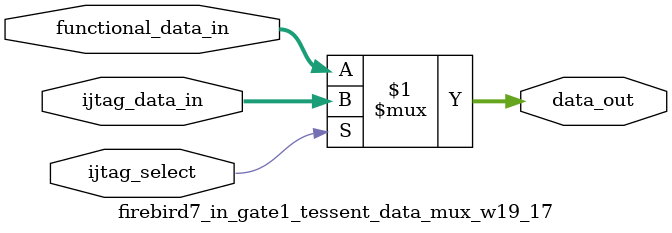
<source format=sv>

module firebird7_in_gate1_tessent_data_mux_w19_17 (
  input wire ijtag_select,
  input wire [18:0]  functional_data_in,
  input wire [18:0]  ijtag_data_in,
  output wire [18:0] data_out
);
assign data_out = (ijtag_select) ? ijtag_data_in : functional_data_in;
endmodule

</source>
